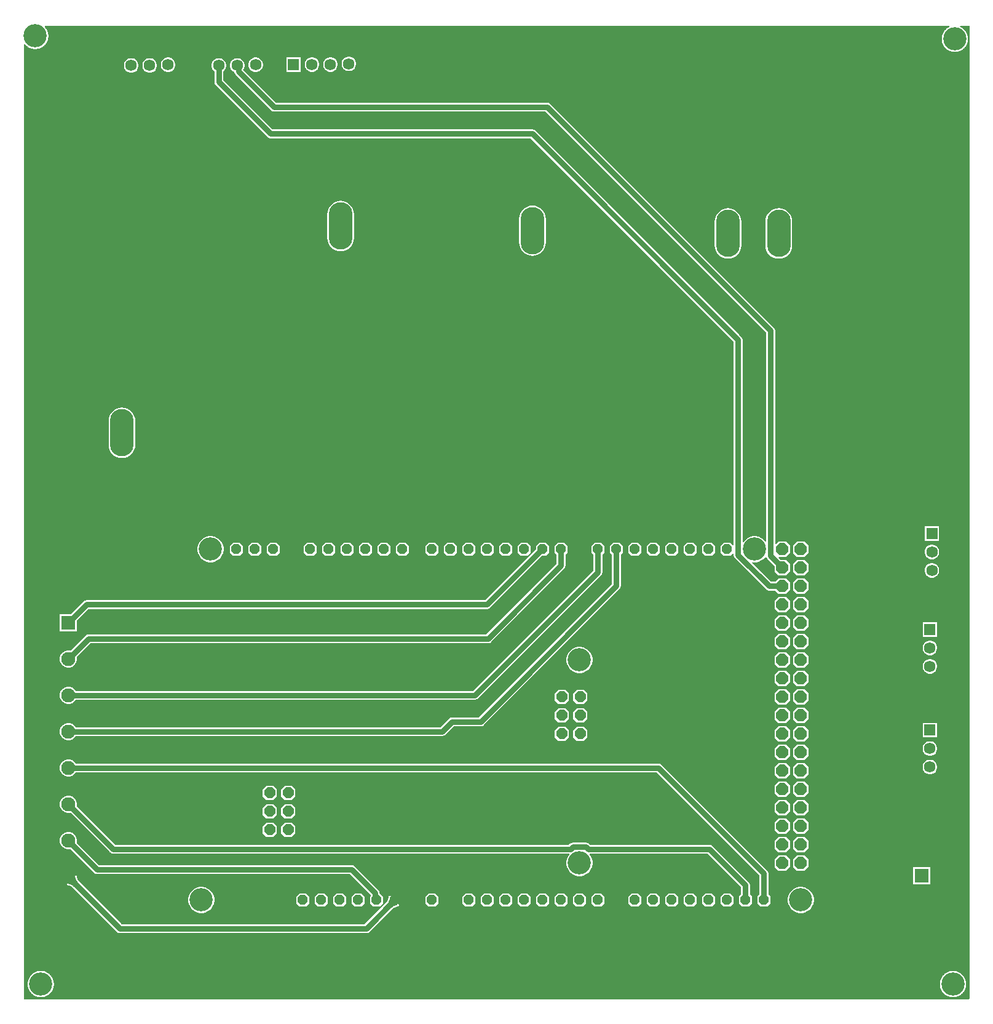
<source format=gbl>
G04*
G04 #@! TF.GenerationSoftware,Altium Limited,Altium Designer,21.7.2 (23)*
G04*
G04 Layer_Physical_Order=2*
G04 Layer_Color=16711680*
%FSLAX25Y25*%
%MOIN*%
G70*
G04*
G04 #@! TF.SameCoordinates,C79372BE-A85D-4624-A7F0-99D61F2BA69B*
G04*
G04*
G04 #@! TF.FilePolarity,Positive*
G04*
G01*
G75*
%ADD41C,0.03150*%
%ADD43C,0.12598*%
%ADD44C,0.07677*%
%ADD45R,0.07677X0.07677*%
%ADD46P,0.06061X8X112.5*%
%ADD47C,0.06260*%
%ADD48R,0.06260X0.06260*%
%ADD49O,0.12835X0.25669*%
%ADD50P,0.07144X8X292.5*%
%ADD51R,0.06260X0.06260*%
%ADD52C,0.12598*%
%ADD53P,0.06605X8X112.5*%
%ADD54C,0.02756*%
G36*
X577500Y10500D02*
X577000Y10000D01*
X65000D01*
Y527324D01*
X65481Y527478D01*
X65500Y527478D01*
X65743Y527235D01*
X65965Y526965D01*
X66235Y526743D01*
X66483Y526496D01*
X66773Y526301D01*
X67044Y526079D01*
X67352Y525914D01*
X67643Y525720D01*
X67966Y525586D01*
X68275Y525421D01*
X68610Y525320D01*
X68933Y525186D01*
X69276Y525117D01*
X69611Y525016D01*
X69959Y524982D01*
X70302Y524913D01*
X70652D01*
X71000Y524879D01*
X71348Y524913D01*
X71698D01*
X72041Y524982D01*
X72389Y525016D01*
X72724Y525117D01*
X73067Y525186D01*
X73390Y525320D01*
X73725Y525421D01*
X74034Y525586D01*
X74357Y525720D01*
X74648Y525914D01*
X74956Y526079D01*
X75227Y526301D01*
X75517Y526496D01*
X75765Y526743D01*
X76035Y526965D01*
X76257Y527235D01*
X76504Y527483D01*
X76699Y527773D01*
X76921Y528044D01*
X77086Y528352D01*
X77280Y528643D01*
X77414Y528966D01*
X77579Y529275D01*
X77680Y529610D01*
X77814Y529933D01*
X77882Y530276D01*
X77984Y530611D01*
X78018Y530959D01*
X78087Y531302D01*
Y531652D01*
X78121Y532000D01*
X78087Y532348D01*
Y532698D01*
X78018Y533041D01*
X77984Y533389D01*
X77882Y533724D01*
X77814Y534067D01*
X77680Y534390D01*
X77579Y534725D01*
X77414Y535034D01*
X77280Y535357D01*
X77086Y535648D01*
X76921Y535956D01*
X76699Y536227D01*
X76504Y536517D01*
X76257Y536765D01*
X76064Y537000D01*
X76088Y537146D01*
X76257Y537500D01*
X566502D01*
X566627Y537000D01*
X566466Y536914D01*
X566143Y536780D01*
X565852Y536586D01*
X565544Y536421D01*
X565273Y536199D01*
X564983Y536004D01*
X564735Y535757D01*
X564465Y535535D01*
X564243Y535265D01*
X563996Y535017D01*
X563801Y534727D01*
X563579Y534456D01*
X563414Y534148D01*
X563220Y533857D01*
X563086Y533534D01*
X562921Y533225D01*
X562820Y532890D01*
X562686Y532567D01*
X562617Y532224D01*
X562516Y531889D01*
X562482Y531541D01*
X562413Y531198D01*
Y530848D01*
X562379Y530500D01*
X562413Y530152D01*
Y529802D01*
X562482Y529459D01*
X562516Y529111D01*
X562617Y528776D01*
X562686Y528433D01*
X562820Y528110D01*
X562921Y527775D01*
X563086Y527466D01*
X563220Y527143D01*
X563414Y526852D01*
X563579Y526544D01*
X563801Y526273D01*
X563996Y525983D01*
X564243Y525735D01*
X564465Y525465D01*
X564735Y525243D01*
X564983Y524996D01*
X565273Y524801D01*
X565544Y524579D01*
X565852Y524414D01*
X566143Y524220D01*
X566466Y524086D01*
X566775Y523921D01*
X567110Y523820D01*
X567433Y523686D01*
X567776Y523618D01*
X568111Y523516D01*
X568459Y523482D01*
X568802Y523413D01*
X569152D01*
X569500Y523379D01*
X569848Y523413D01*
X570198D01*
X570541Y523482D01*
X570889Y523516D01*
X571224Y523618D01*
X571567Y523686D01*
X571890Y523820D01*
X572225Y523921D01*
X572534Y524086D01*
X572857Y524220D01*
X573148Y524414D01*
X573456Y524579D01*
X573727Y524801D01*
X574017Y524996D01*
X574265Y525243D01*
X574535Y525465D01*
X574757Y525735D01*
X575004Y525983D01*
X575199Y526273D01*
X575421Y526544D01*
X575586Y526852D01*
X575780Y527143D01*
X575914Y527466D01*
X576079Y527775D01*
X576180Y528110D01*
X576314Y528433D01*
X576382Y528776D01*
X576484Y529111D01*
X576518Y529459D01*
X576587Y529802D01*
Y530152D01*
X576621Y530500D01*
X576587Y530848D01*
Y531198D01*
X576518Y531541D01*
X576484Y531889D01*
X576382Y532224D01*
X576314Y532567D01*
X576180Y532890D01*
X576079Y533225D01*
X575914Y533534D01*
X575780Y533857D01*
X575586Y534148D01*
X575421Y534456D01*
X575199Y534727D01*
X575004Y535017D01*
X574757Y535265D01*
X574535Y535535D01*
X574265Y535757D01*
X574017Y536004D01*
X573727Y536199D01*
X573456Y536421D01*
X573148Y536586D01*
X572857Y536780D01*
X572534Y536914D01*
X572373Y537000D01*
X572498Y537500D01*
X577500D01*
Y10500D01*
D02*
G37*
%LPC*%
G36*
X241516Y520811D02*
X240484D01*
X239488Y520544D01*
X238595Y520028D01*
X237865Y519299D01*
X237350Y518406D01*
X237083Y517409D01*
Y516378D01*
X237350Y515382D01*
X237865Y514488D01*
X238595Y513759D01*
X239488Y513243D01*
X240484Y512976D01*
X241516D01*
X242512Y513243D01*
X243405Y513759D01*
X244135Y514488D01*
X244650Y515382D01*
X244917Y516378D01*
Y517409D01*
X244650Y518406D01*
X244135Y519299D01*
X243405Y520028D01*
X242512Y520544D01*
X241516Y520811D01*
D02*
G37*
G36*
X231516Y520417D02*
X230484D01*
X229488Y520150D01*
X228595Y519635D01*
X227865Y518905D01*
X227350Y518012D01*
X227083Y517016D01*
Y515984D01*
X227350Y514988D01*
X227865Y514095D01*
X228595Y513365D01*
X229488Y512850D01*
X230484Y512583D01*
X231516D01*
X232512Y512850D01*
X233405Y513365D01*
X234135Y514095D01*
X234650Y514988D01*
X234917Y515984D01*
Y517016D01*
X234650Y518012D01*
X234135Y518905D01*
X233405Y519635D01*
X232512Y520150D01*
X231516Y520417D01*
D02*
G37*
G36*
X221516D02*
X220484D01*
X219488Y520150D01*
X218595Y519635D01*
X217865Y518905D01*
X217350Y518012D01*
X217083Y517016D01*
Y515984D01*
X217350Y514988D01*
X217865Y514095D01*
X218595Y513365D01*
X219488Y512850D01*
X220484Y512583D01*
X221516D01*
X222512Y512850D01*
X223405Y513365D01*
X224135Y514095D01*
X224650Y514988D01*
X224917Y515984D01*
Y517016D01*
X224650Y518012D01*
X224135Y518905D01*
X223405Y519635D01*
X222512Y520150D01*
X221516Y520417D01*
D02*
G37*
G36*
X214917D02*
X207083D01*
Y512583D01*
X214917D01*
Y520417D01*
D02*
G37*
G36*
X191016Y520311D02*
X189984D01*
X188988Y520044D01*
X188095Y519528D01*
X187365Y518799D01*
X186850Y517906D01*
X186583Y516909D01*
Y515878D01*
X186850Y514882D01*
X187365Y513988D01*
X188095Y513259D01*
X188988Y512743D01*
X189984Y512476D01*
X191016D01*
X192012Y512743D01*
X192905Y513259D01*
X193635Y513988D01*
X194150Y514882D01*
X194417Y515878D01*
Y516909D01*
X194150Y517906D01*
X193635Y518799D01*
X192905Y519528D01*
X192012Y520044D01*
X191016Y520311D01*
D02*
G37*
G36*
X143516D02*
X142484D01*
X141488Y520044D01*
X140595Y519528D01*
X139865Y518799D01*
X139350Y517906D01*
X139083Y516909D01*
Y515878D01*
X139350Y514882D01*
X139865Y513988D01*
X140595Y513259D01*
X141488Y512743D01*
X142484Y512476D01*
X143516D01*
X144512Y512743D01*
X145405Y513259D01*
X146135Y513988D01*
X146650Y514882D01*
X146917Y515878D01*
Y516909D01*
X146650Y517906D01*
X146135Y518799D01*
X145405Y519528D01*
X144512Y520044D01*
X143516Y520311D01*
D02*
G37*
G36*
X133516Y519917D02*
X132484D01*
X131488Y519650D01*
X130595Y519135D01*
X129865Y518405D01*
X129350Y517512D01*
X129083Y516516D01*
Y515484D01*
X129350Y514488D01*
X129865Y513595D01*
X130595Y512865D01*
X131488Y512350D01*
X132484Y512083D01*
X133516D01*
X134512Y512350D01*
X135405Y512865D01*
X136135Y513595D01*
X136650Y514488D01*
X136917Y515484D01*
Y516516D01*
X136650Y517512D01*
X136135Y518405D01*
X135405Y519135D01*
X134512Y519650D01*
X133516Y519917D01*
D02*
G37*
G36*
X123516D02*
X122484D01*
X121488Y519650D01*
X120595Y519135D01*
X119865Y518405D01*
X119350Y517512D01*
X119083Y516516D01*
Y515484D01*
X119350Y514488D01*
X119865Y513595D01*
X120595Y512865D01*
X121488Y512350D01*
X122484Y512083D01*
X123516D01*
X124512Y512350D01*
X125405Y512865D01*
X126135Y513595D01*
X126650Y514488D01*
X126917Y515484D01*
Y516516D01*
X126650Y517512D01*
X126135Y518405D01*
X125405Y519135D01*
X124512Y519650D01*
X123516Y519917D01*
D02*
G37*
G36*
X236500Y442657D02*
X235088Y442518D01*
X233730Y442106D01*
X232478Y441437D01*
X231381Y440536D01*
X230481Y439439D01*
X229812Y438188D01*
X229399Y436830D01*
X229260Y435417D01*
Y422583D01*
X229399Y421170D01*
X229812Y419812D01*
X230481Y418561D01*
X231381Y417463D01*
X232478Y416563D01*
X233730Y415894D01*
X235088Y415482D01*
X236500Y415343D01*
X237912Y415482D01*
X239270Y415894D01*
X240522Y416563D01*
X241619Y417463D01*
X242519Y418561D01*
X243189Y419812D01*
X243601Y421170D01*
X243740Y422583D01*
Y435417D01*
X243601Y436830D01*
X243189Y438188D01*
X242519Y439439D01*
X241619Y440536D01*
X240522Y441437D01*
X239270Y442106D01*
X237912Y442518D01*
X236500Y442657D01*
D02*
G37*
G36*
X340500Y440157D02*
X339088Y440018D01*
X337730Y439606D01*
X336478Y438937D01*
X335381Y438036D01*
X334481Y436939D01*
X333811Y435688D01*
X333400Y434330D01*
X333260Y432917D01*
Y420083D01*
X333400Y418670D01*
X333811Y417312D01*
X334481Y416061D01*
X335381Y414963D01*
X336478Y414063D01*
X337730Y413394D01*
X339088Y412982D01*
X340500Y412843D01*
X341912Y412982D01*
X343270Y413394D01*
X344522Y414063D01*
X345619Y414963D01*
X346519Y416061D01*
X347188Y417312D01*
X347601Y418670D01*
X347740Y420083D01*
Y432917D01*
X347601Y434330D01*
X347188Y435688D01*
X346519Y436939D01*
X345619Y438036D01*
X344522Y438937D01*
X343270Y439606D01*
X341912Y440018D01*
X340500Y440157D01*
D02*
G37*
G36*
X474059Y438657D02*
X472647Y438518D01*
X471289Y438106D01*
X470037Y437437D01*
X468940Y436537D01*
X468040Y435439D01*
X467371Y434188D01*
X466959Y432830D01*
X466819Y431417D01*
Y418583D01*
X466959Y417170D01*
X467371Y415812D01*
X468040Y414561D01*
X468940Y413463D01*
X470037Y412563D01*
X471289Y411894D01*
X472647Y411482D01*
X474059Y411343D01*
X475471Y411482D01*
X476829Y411894D01*
X478081Y412563D01*
X479178Y413463D01*
X480079Y414561D01*
X480748Y415812D01*
X481159Y417170D01*
X481299Y418583D01*
Y431417D01*
X481159Y432830D01*
X480748Y434188D01*
X480079Y435439D01*
X479178Y436537D01*
X478081Y437437D01*
X476829Y438106D01*
X475471Y438518D01*
X474059Y438657D01*
D02*
G37*
G36*
X446500D02*
X445088Y438518D01*
X443729Y438106D01*
X442478Y437437D01*
X441381Y436537D01*
X440481Y435439D01*
X439812Y434188D01*
X439399Y432830D01*
X439260Y431417D01*
Y418583D01*
X439399Y417170D01*
X439812Y415812D01*
X440481Y414561D01*
X441381Y413463D01*
X442478Y412563D01*
X443729Y411894D01*
X445088Y411482D01*
X446500Y411343D01*
X447912Y411482D01*
X449270Y411894D01*
X450522Y412563D01*
X451619Y413463D01*
X452520Y414561D01*
X453189Y415812D01*
X453601Y417170D01*
X453740Y418583D01*
Y431417D01*
X453601Y432830D01*
X453189Y434188D01*
X452520Y435439D01*
X451619Y436537D01*
X450522Y437437D01*
X449270Y438106D01*
X447912Y438518D01*
X446500Y438657D01*
D02*
G37*
G36*
X118000Y330657D02*
X116588Y330518D01*
X115229Y330106D01*
X113978Y329437D01*
X112881Y328537D01*
X111980Y327439D01*
X111311Y326188D01*
X110899Y324830D01*
X110760Y323417D01*
Y310583D01*
X110899Y309170D01*
X111311Y307812D01*
X111980Y306561D01*
X112881Y305464D01*
X113978Y304563D01*
X115229Y303894D01*
X116588Y303482D01*
X118000Y303343D01*
X119412Y303482D01*
X120771Y303894D01*
X122022Y304563D01*
X123119Y305464D01*
X124020Y306561D01*
X124688Y307812D01*
X125101Y309170D01*
X125240Y310583D01*
Y323417D01*
X125101Y324830D01*
X124688Y326188D01*
X124020Y327439D01*
X123119Y328537D01*
X122022Y329437D01*
X120771Y330106D01*
X119412Y330518D01*
X118000Y330657D01*
D02*
G37*
G36*
X561024Y266417D02*
X553189D01*
Y258583D01*
X561024D01*
Y266417D01*
D02*
G37*
G36*
X181016Y519917D02*
X179984D01*
X178988Y519650D01*
X178095Y519135D01*
X177365Y518405D01*
X176850Y517512D01*
X176583Y516516D01*
Y515484D01*
X176850Y514488D01*
X177365Y513595D01*
X178095Y512865D01*
X178772Y512474D01*
X178870Y511983D01*
X179392Y511202D01*
X198797Y491797D01*
X199578Y491275D01*
X200500Y491091D01*
X347502D01*
X467253Y371341D01*
Y258259D01*
X466775Y258114D01*
X466504Y258517D01*
X465517Y259505D01*
X464357Y260280D01*
X463067Y260814D01*
X461698Y261087D01*
X460302D01*
X458933Y260814D01*
X457643Y260280D01*
X456483Y259505D01*
X455496Y258517D01*
X454909Y257639D01*
X454409Y257791D01*
Y367500D01*
X454225Y368422D01*
X453703Y369203D01*
X342203Y480703D01*
X341422Y481225D01*
X340500Y481409D01*
X199498D01*
X172908Y507998D01*
Y512869D01*
X173635Y513595D01*
X174150Y514488D01*
X174417Y515484D01*
Y516516D01*
X174150Y517512D01*
X173635Y518405D01*
X172905Y519135D01*
X172012Y519650D01*
X171016Y519917D01*
X169984D01*
X168988Y519650D01*
X168095Y519135D01*
X167365Y518405D01*
X166850Y517512D01*
X166583Y516516D01*
Y515484D01*
X166850Y514488D01*
X167365Y513595D01*
X168091Y512869D01*
Y507000D01*
X168275Y506078D01*
X168797Y505297D01*
X196797Y477297D01*
X197578Y476775D01*
X198500Y476591D01*
X339502D01*
X449591Y366502D01*
Y256497D01*
X449091Y256290D01*
X447794Y257587D01*
X444206D01*
X442413Y255794D01*
Y252206D01*
X444206Y250413D01*
X447794D01*
X449091Y251710D01*
X449591Y251503D01*
Y250751D01*
X449775Y249829D01*
X450297Y249048D01*
X467048Y232297D01*
X467829Y231775D01*
X468751Y231592D01*
X472277D01*
X473956Y229913D01*
X478044D01*
X480087Y231956D01*
Y236044D01*
X478044Y238087D01*
X473956D01*
X472277Y236408D01*
X469748D01*
X459590Y246567D01*
X459826Y247008D01*
X460302Y246913D01*
X461698D01*
X463067Y247186D01*
X464357Y247720D01*
X465517Y248496D01*
X466504Y249483D01*
X466820Y249954D01*
X467350Y249849D01*
X467436Y249417D01*
X467958Y248636D01*
X471913Y244681D01*
Y241956D01*
X473956Y239913D01*
X478044D01*
X480087Y241956D01*
Y246044D01*
X478044Y248087D01*
X475319D01*
X473993Y249413D01*
X474201Y249913D01*
X478044D01*
X480087Y251956D01*
Y256044D01*
X478044Y258087D01*
X473956D01*
X472532Y256663D01*
X472070Y256854D01*
Y372339D01*
X471887Y373260D01*
X471364Y374042D01*
X350203Y495203D01*
X349422Y495725D01*
X348500Y495908D01*
X201498D01*
X183699Y513707D01*
X184150Y514488D01*
X184417Y515484D01*
Y516516D01*
X184150Y517512D01*
X183635Y518405D01*
X182905Y519135D01*
X182012Y519650D01*
X181016Y519917D01*
D02*
G37*
G36*
X437794Y257587D02*
X434206D01*
X432413Y255794D01*
Y252206D01*
X434206Y250413D01*
X437794D01*
X439587Y252206D01*
Y255794D01*
X437794Y257587D01*
D02*
G37*
G36*
X427794D02*
X424206D01*
X422413Y255794D01*
Y252206D01*
X424206Y250413D01*
X427794D01*
X429587Y252206D01*
Y255794D01*
X427794Y257587D01*
D02*
G37*
G36*
X417794D02*
X414206D01*
X412413Y255794D01*
Y252206D01*
X414206Y250413D01*
X417794D01*
X419587Y252206D01*
Y255794D01*
X417794Y257587D01*
D02*
G37*
G36*
X407794D02*
X404206D01*
X402413Y255794D01*
Y252206D01*
X404206Y250413D01*
X407794D01*
X409587Y252206D01*
Y255794D01*
X407794Y257587D01*
D02*
G37*
G36*
X397794D02*
X394206D01*
X392413Y255794D01*
Y252206D01*
X394206Y250413D01*
X397794D01*
X399587Y252206D01*
Y255794D01*
X397794Y257587D01*
D02*
G37*
G36*
X337794D02*
X334206D01*
X332413Y255794D01*
Y252206D01*
X334206Y250413D01*
X337794D01*
X339587Y252206D01*
Y255794D01*
X337794Y257587D01*
D02*
G37*
G36*
X327794D02*
X324206D01*
X322413Y255794D01*
Y252206D01*
X324206Y250413D01*
X327794D01*
X329587Y252206D01*
Y255794D01*
X327794Y257587D01*
D02*
G37*
G36*
X317794D02*
X314206D01*
X312413Y255794D01*
Y252206D01*
X314206Y250413D01*
X317794D01*
X319587Y252206D01*
Y255794D01*
X317794Y257587D01*
D02*
G37*
G36*
X307794D02*
X304206D01*
X302413Y255794D01*
Y252206D01*
X304206Y250413D01*
X307794D01*
X309587Y252206D01*
Y255794D01*
X307794Y257587D01*
D02*
G37*
G36*
X297794D02*
X294206D01*
X292413Y255794D01*
Y252206D01*
X294206Y250413D01*
X297794D01*
X299587Y252206D01*
Y255794D01*
X297794Y257587D01*
D02*
G37*
G36*
X287794D02*
X284206D01*
X282413Y255794D01*
Y252206D01*
X284206Y250413D01*
X287794D01*
X289587Y252206D01*
Y255794D01*
X287794Y257587D01*
D02*
G37*
G36*
X271794D02*
X268206D01*
X266413Y255794D01*
Y252206D01*
X268206Y250413D01*
X271794D01*
X273587Y252206D01*
Y255794D01*
X271794Y257587D01*
D02*
G37*
G36*
X261794D02*
X258206D01*
X256413Y255794D01*
Y252206D01*
X258206Y250413D01*
X261794D01*
X263587Y252206D01*
Y255794D01*
X261794Y257587D01*
D02*
G37*
G36*
X251794D02*
X248206D01*
X246413Y255794D01*
Y252206D01*
X248206Y250413D01*
X251794D01*
X253587Y252206D01*
Y255794D01*
X251794Y257587D01*
D02*
G37*
G36*
X241794D02*
X238206D01*
X236413Y255794D01*
Y252206D01*
X238206Y250413D01*
X241794D01*
X243587Y252206D01*
Y255794D01*
X241794Y257587D01*
D02*
G37*
G36*
X231794D02*
X228206D01*
X226413Y255794D01*
Y252206D01*
X228206Y250413D01*
X231794D01*
X233587Y252206D01*
Y255794D01*
X231794Y257587D01*
D02*
G37*
G36*
X221794D02*
X218206D01*
X216413Y255794D01*
Y252206D01*
X218206Y250413D01*
X221794D01*
X223587Y252206D01*
Y255794D01*
X221794Y257587D01*
D02*
G37*
G36*
X201794D02*
X198206D01*
X196413Y255794D01*
Y252206D01*
X198206Y250413D01*
X201794D01*
X203587Y252206D01*
Y255794D01*
X201794Y257587D01*
D02*
G37*
G36*
X191794D02*
X188206D01*
X186413Y255794D01*
Y252206D01*
X188206Y250413D01*
X191794D01*
X193587Y252206D01*
Y255794D01*
X191794Y257587D01*
D02*
G37*
G36*
X181794D02*
X178206D01*
X176413Y255794D01*
Y252206D01*
X178206Y250413D01*
X181794D01*
X183587Y252206D01*
Y255794D01*
X181794Y257587D01*
D02*
G37*
G36*
X488044Y258087D02*
X483956D01*
X481913Y256044D01*
Y251956D01*
X483956Y249913D01*
X488044D01*
X490087Y251956D01*
Y256044D01*
X488044Y258087D01*
D02*
G37*
G36*
X557622Y256417D02*
X556591D01*
X555594Y256150D01*
X554701Y255635D01*
X553972Y254905D01*
X553456Y254012D01*
X553189Y253016D01*
Y251984D01*
X553456Y250988D01*
X553972Y250095D01*
X554701Y249365D01*
X555594Y248850D01*
X556591Y248583D01*
X557622D01*
X558618Y248850D01*
X559512Y249365D01*
X560241Y250095D01*
X560757Y250988D01*
X561024Y251984D01*
Y253016D01*
X560757Y254012D01*
X560241Y254905D01*
X559512Y255635D01*
X558618Y256150D01*
X557622Y256417D01*
D02*
G37*
G36*
X166698Y261087D02*
X165302D01*
X163933Y260814D01*
X162643Y260280D01*
X161483Y259505D01*
X160495Y258517D01*
X159720Y257357D01*
X159186Y256067D01*
X158913Y254698D01*
Y253302D01*
X159186Y251933D01*
X159720Y250643D01*
X160495Y249483D01*
X161483Y248496D01*
X162643Y247720D01*
X163933Y247186D01*
X165302Y246913D01*
X166698D01*
X168067Y247186D01*
X169357Y247720D01*
X170517Y248496D01*
X171504Y249483D01*
X172280Y250643D01*
X172814Y251933D01*
X173087Y253302D01*
Y254698D01*
X172814Y256067D01*
X172280Y257357D01*
X171504Y258517D01*
X170517Y259505D01*
X169357Y260280D01*
X168067Y260814D01*
X166698Y261087D01*
D02*
G37*
G36*
X488044Y248087D02*
X483956D01*
X481913Y246044D01*
Y241956D01*
X483956Y239913D01*
X488044D01*
X490087Y241956D01*
Y246044D01*
X488044Y248087D01*
D02*
G37*
G36*
X557622Y246417D02*
X556591D01*
X555594Y246150D01*
X554701Y245635D01*
X553972Y244905D01*
X553456Y244012D01*
X553189Y243016D01*
Y241984D01*
X553456Y240988D01*
X553972Y240095D01*
X554701Y239365D01*
X555594Y238850D01*
X556591Y238583D01*
X557622D01*
X558618Y238850D01*
X559512Y239365D01*
X560241Y240095D01*
X560757Y240988D01*
X561024Y241984D01*
Y243016D01*
X560757Y244012D01*
X560241Y244905D01*
X559512Y245635D01*
X558618Y246150D01*
X557622Y246417D01*
D02*
G37*
G36*
X488044Y238087D02*
X483956D01*
X481913Y236044D01*
Y231956D01*
X483956Y229913D01*
X488044D01*
X490087Y231956D01*
Y236044D01*
X488044Y238087D01*
D02*
G37*
G36*
Y228087D02*
X483956D01*
X481913Y226044D01*
Y221956D01*
X483956Y219913D01*
X488044D01*
X490087Y221956D01*
Y226044D01*
X488044Y228087D01*
D02*
G37*
G36*
X478044D02*
X473956D01*
X471913Y226044D01*
Y221956D01*
X473956Y219913D01*
X478044D01*
X480087Y221956D01*
Y226044D01*
X478044Y228087D01*
D02*
G37*
G36*
X488044Y218087D02*
X483956D01*
X481913Y216044D01*
Y211956D01*
X483956Y209913D01*
X488044D01*
X490087Y211956D01*
Y216044D01*
X488044Y218087D01*
D02*
G37*
G36*
X478044D02*
X473956D01*
X471913Y216044D01*
Y211956D01*
X473956Y209913D01*
X478044D01*
X480087Y211956D01*
Y216044D01*
X478044Y218087D01*
D02*
G37*
G36*
X347794Y257587D02*
X344206D01*
X342413Y255794D01*
Y253819D01*
X315002Y226409D01*
X98760D01*
X97838Y226225D01*
X97057Y225703D01*
X90220Y218866D01*
X84374D01*
Y209614D01*
X93626D01*
Y215460D01*
X99757Y221591D01*
X316000D01*
X316922Y221775D01*
X317703Y222297D01*
X345819Y250413D01*
X347794D01*
X349587Y252206D01*
Y255794D01*
X347794Y257587D01*
D02*
G37*
G36*
X559917Y214417D02*
X552083D01*
Y206583D01*
X559917D01*
Y214417D01*
D02*
G37*
G36*
X488044Y208087D02*
X483956D01*
X481913Y206044D01*
Y201956D01*
X483956Y199913D01*
X488044D01*
X490087Y201956D01*
Y206044D01*
X488044Y208087D01*
D02*
G37*
G36*
X478044D02*
X473956D01*
X471913Y206044D01*
Y201956D01*
X473956Y199913D01*
X478044D01*
X480087Y201956D01*
Y206044D01*
X478044Y208087D01*
D02*
G37*
G36*
X357794Y257587D02*
X354206D01*
X352413Y255794D01*
Y252206D01*
X353591Y251027D01*
Y245998D01*
X315502Y207909D01*
X99945D01*
X99023Y207725D01*
X98242Y207203D01*
X90091Y199052D01*
X89609Y199181D01*
X88391D01*
X87214Y198866D01*
X86160Y198257D01*
X85298Y197396D01*
X84689Y196341D01*
X84374Y195164D01*
Y193946D01*
X84689Y192770D01*
X85298Y191715D01*
X86160Y190853D01*
X87214Y190244D01*
X88391Y189929D01*
X89609D01*
X90786Y190244D01*
X91840Y190853D01*
X92702Y191715D01*
X93311Y192770D01*
X93626Y193946D01*
Y195164D01*
X93497Y195646D01*
X100943Y203092D01*
X316500D01*
X317422Y203275D01*
X318203Y203797D01*
X357703Y243297D01*
X358225Y244078D01*
X358408Y245000D01*
Y251027D01*
X359587Y252206D01*
Y255794D01*
X357794Y257587D01*
D02*
G37*
G36*
X556516Y204417D02*
X555484D01*
X554488Y204150D01*
X553595Y203635D01*
X552865Y202905D01*
X552350Y202012D01*
X552083Y201016D01*
Y199984D01*
X552350Y198988D01*
X552865Y198095D01*
X553595Y197365D01*
X554488Y196850D01*
X555484Y196583D01*
X556516D01*
X557512Y196850D01*
X558405Y197365D01*
X559135Y198095D01*
X559650Y198988D01*
X559917Y199984D01*
Y201016D01*
X559650Y202012D01*
X559135Y202905D01*
X558405Y203635D01*
X557512Y204150D01*
X556516Y204417D01*
D02*
G37*
G36*
X488044Y198087D02*
X483956D01*
X481913Y196044D01*
Y191956D01*
X483956Y189913D01*
X488044D01*
X490087Y191956D01*
Y196044D01*
X488044Y198087D01*
D02*
G37*
G36*
X478044D02*
X473956D01*
X471913Y196044D01*
Y191956D01*
X473956Y189913D01*
X478044D01*
X480087Y191956D01*
Y196044D01*
X478044Y198087D01*
D02*
G37*
G36*
X366698Y201087D02*
X365302D01*
X363933Y200814D01*
X362643Y200280D01*
X361483Y199504D01*
X360495Y198517D01*
X359720Y197357D01*
X359186Y196067D01*
X358913Y194698D01*
Y193302D01*
X359186Y191933D01*
X359720Y190643D01*
X360495Y189483D01*
X361483Y188496D01*
X362643Y187720D01*
X363933Y187186D01*
X365302Y186913D01*
X366698D01*
X368067Y187186D01*
X369357Y187720D01*
X370517Y188496D01*
X371504Y189483D01*
X372280Y190643D01*
X372814Y191933D01*
X373087Y193302D01*
Y194698D01*
X372814Y196067D01*
X372280Y197357D01*
X371504Y198517D01*
X370517Y199504D01*
X369357Y200280D01*
X368067Y200814D01*
X366698Y201087D01*
D02*
G37*
G36*
X556516Y194417D02*
X555484D01*
X554488Y194150D01*
X553595Y193635D01*
X552865Y192905D01*
X552350Y192012D01*
X552083Y191016D01*
Y189984D01*
X552350Y188988D01*
X552865Y188095D01*
X553595Y187365D01*
X554488Y186850D01*
X555484Y186583D01*
X556516D01*
X557512Y186850D01*
X558405Y187365D01*
X559135Y188095D01*
X559650Y188988D01*
X559917Y189984D01*
Y191016D01*
X559650Y192012D01*
X559135Y192905D01*
X558405Y193635D01*
X557512Y194150D01*
X556516Y194417D01*
D02*
G37*
G36*
X488044Y188087D02*
X483956D01*
X481913Y186044D01*
Y181956D01*
X483956Y179913D01*
X488044D01*
X490087Y181956D01*
Y186044D01*
X488044Y188087D01*
D02*
G37*
G36*
X478044D02*
X473956D01*
X471913Y186044D01*
Y181956D01*
X473956Y179913D01*
X478044D01*
X480087Y181956D01*
Y186044D01*
X478044Y188087D01*
D02*
G37*
G36*
X377794Y257587D02*
X374206D01*
X372413Y255794D01*
Y252206D01*
X373591Y251027D01*
Y242498D01*
X308372Y177279D01*
X92951D01*
X92702Y177710D01*
X91840Y178572D01*
X90786Y179181D01*
X89609Y179496D01*
X88391D01*
X87214Y179181D01*
X86160Y178572D01*
X85298Y177710D01*
X84689Y176656D01*
X84374Y175479D01*
Y174261D01*
X84689Y173084D01*
X85298Y172030D01*
X86160Y171168D01*
X87214Y170559D01*
X88391Y170244D01*
X89609D01*
X90786Y170559D01*
X91840Y171168D01*
X92702Y172030D01*
X92951Y172462D01*
X309370D01*
X310292Y172645D01*
X311073Y173167D01*
X377703Y239797D01*
X378225Y240578D01*
X378409Y241500D01*
Y251027D01*
X379587Y252206D01*
Y255794D01*
X377794Y257587D01*
D02*
G37*
G36*
X368419Y177839D02*
X364581D01*
X362661Y175919D01*
Y172081D01*
X364581Y170161D01*
X368419D01*
X370339Y172081D01*
Y175919D01*
X368419Y177839D01*
D02*
G37*
G36*
X358419D02*
X354581D01*
X352661Y175919D01*
Y172081D01*
X354581Y170161D01*
X358419D01*
X360339Y172081D01*
Y175919D01*
X358419Y177839D01*
D02*
G37*
G36*
X488044Y178087D02*
X483956D01*
X481913Y176044D01*
Y171956D01*
X483956Y169913D01*
X488044D01*
X490087Y171956D01*
Y176044D01*
X488044Y178087D01*
D02*
G37*
G36*
X478044D02*
X473956D01*
X471913Y176044D01*
Y171956D01*
X473956Y169913D01*
X478044D01*
X480087Y171956D01*
Y176044D01*
X478044Y178087D01*
D02*
G37*
G36*
X368419Y167839D02*
X364581D01*
X362661Y165919D01*
Y162081D01*
X364581Y160161D01*
X368419D01*
X370339Y162081D01*
Y165919D01*
X368419Y167839D01*
D02*
G37*
G36*
X358419D02*
X354581D01*
X352661Y165919D01*
Y162081D01*
X354581Y160161D01*
X358419D01*
X360339Y162081D01*
Y165919D01*
X358419Y167839D01*
D02*
G37*
G36*
X488044Y168087D02*
X483956D01*
X481913Y166044D01*
Y161956D01*
X483956Y159913D01*
X488044D01*
X490087Y161956D01*
Y166044D01*
X488044Y168087D01*
D02*
G37*
G36*
X478044D02*
X473956D01*
X471913Y166044D01*
Y161956D01*
X473956Y159913D01*
X478044D01*
X480087Y161956D01*
Y166044D01*
X478044Y168087D01*
D02*
G37*
G36*
X387794Y257587D02*
X384206D01*
X382413Y255794D01*
Y252206D01*
X383592Y251027D01*
Y234998D01*
X311502Y162908D01*
X297000D01*
X296078Y162725D01*
X295297Y162203D01*
X290687Y157594D01*
X92951D01*
X92702Y158026D01*
X91840Y158887D01*
X90786Y159496D01*
X89609Y159811D01*
X88391D01*
X87214Y159496D01*
X86160Y158887D01*
X85298Y158026D01*
X84689Y156971D01*
X84374Y155794D01*
Y154576D01*
X84689Y153400D01*
X85298Y152345D01*
X86160Y151483D01*
X87214Y150874D01*
X88391Y150559D01*
X89609D01*
X90786Y150874D01*
X91840Y151483D01*
X92702Y152345D01*
X92951Y152777D01*
X291685D01*
X292607Y152960D01*
X293388Y153482D01*
X297998Y158091D01*
X312500D01*
X313422Y158275D01*
X314203Y158797D01*
X387703Y232297D01*
X388225Y233078D01*
X388408Y234000D01*
Y251027D01*
X389587Y252206D01*
Y255794D01*
X387794Y257587D01*
D02*
G37*
G36*
X559917Y159917D02*
X552083D01*
Y152083D01*
X559917D01*
Y159917D01*
D02*
G37*
G36*
X368419Y157839D02*
X364581D01*
X362661Y155919D01*
Y152081D01*
X364581Y150161D01*
X368419D01*
X370339Y152081D01*
Y155919D01*
X368419Y157839D01*
D02*
G37*
G36*
X358419D02*
X354581D01*
X352661Y155919D01*
Y152081D01*
X354581Y150161D01*
X358419D01*
X360339Y152081D01*
Y155919D01*
X358419Y157839D01*
D02*
G37*
G36*
X488044Y158087D02*
X483956D01*
X481913Y156044D01*
Y151956D01*
X483956Y149913D01*
X488044D01*
X490087Y151956D01*
Y156044D01*
X488044Y158087D01*
D02*
G37*
G36*
X478044D02*
X473956D01*
X471913Y156044D01*
Y151956D01*
X473956Y149913D01*
X478044D01*
X480087Y151956D01*
Y156044D01*
X478044Y158087D01*
D02*
G37*
G36*
X556516Y149917D02*
X555484D01*
X554488Y149650D01*
X553595Y149135D01*
X552865Y148405D01*
X552350Y147512D01*
X552083Y146516D01*
Y145484D01*
X552350Y144488D01*
X552865Y143595D01*
X553595Y142865D01*
X554488Y142350D01*
X555484Y142083D01*
X556516D01*
X557512Y142350D01*
X558405Y142865D01*
X559135Y143595D01*
X559650Y144488D01*
X559917Y145484D01*
Y146516D01*
X559650Y147512D01*
X559135Y148405D01*
X558405Y149135D01*
X557512Y149650D01*
X556516Y149917D01*
D02*
G37*
G36*
X488044Y148087D02*
X483956D01*
X481913Y146044D01*
Y141956D01*
X483956Y139913D01*
X488044D01*
X490087Y141956D01*
Y146044D01*
X488044Y148087D01*
D02*
G37*
G36*
X478044D02*
X473956D01*
X471913Y146044D01*
Y141956D01*
X473956Y139913D01*
X478044D01*
X480087Y141956D01*
Y146044D01*
X478044Y148087D01*
D02*
G37*
G36*
X556516Y139917D02*
X555484D01*
X554488Y139650D01*
X553595Y139135D01*
X552865Y138405D01*
X552350Y137512D01*
X552083Y136516D01*
Y135484D01*
X552350Y134488D01*
X552865Y133595D01*
X553595Y132865D01*
X554488Y132350D01*
X555484Y132083D01*
X556516D01*
X557512Y132350D01*
X558405Y132865D01*
X559135Y133595D01*
X559650Y134488D01*
X559917Y135484D01*
Y136516D01*
X559650Y137512D01*
X559135Y138405D01*
X558405Y139135D01*
X557512Y139650D01*
X556516Y139917D01*
D02*
G37*
G36*
X488044Y138087D02*
X483956D01*
X481913Y136044D01*
Y131956D01*
X483956Y129913D01*
X488044D01*
X490087Y131956D01*
Y136044D01*
X488044Y138087D01*
D02*
G37*
G36*
X478044D02*
X473956D01*
X471913Y136044D01*
Y131956D01*
X473956Y129913D01*
X478044D01*
X480087Y131956D01*
Y136044D01*
X478044Y138087D01*
D02*
G37*
G36*
X488044Y128087D02*
X483956D01*
X481913Y126044D01*
Y121956D01*
X483956Y119913D01*
X488044D01*
X490087Y121956D01*
Y126044D01*
X488044Y128087D01*
D02*
G37*
G36*
X478044D02*
X473956D01*
X471913Y126044D01*
Y121956D01*
X473956Y119913D01*
X478044D01*
X480087Y121956D01*
Y126044D01*
X478044Y128087D01*
D02*
G37*
G36*
X210119Y125839D02*
X206281D01*
X204361Y123919D01*
Y120081D01*
X206281Y118161D01*
X210119D01*
X212039Y120081D01*
Y123919D01*
X210119Y125839D01*
D02*
G37*
G36*
X200119D02*
X196281D01*
X194361Y123919D01*
Y120081D01*
X196281Y118161D01*
X200119D01*
X202039Y120081D01*
Y123919D01*
X200119Y125839D01*
D02*
G37*
G36*
X488044Y118087D02*
X483956D01*
X481913Y116044D01*
Y111956D01*
X483956Y109913D01*
X488044D01*
X490087Y111956D01*
Y116044D01*
X488044Y118087D01*
D02*
G37*
G36*
X478044D02*
X473956D01*
X471913Y116044D01*
Y111956D01*
X473956Y109913D01*
X478044D01*
X480087Y111956D01*
Y116044D01*
X478044Y118087D01*
D02*
G37*
G36*
X210119Y115839D02*
X206281D01*
X204361Y113919D01*
Y110081D01*
X206281Y108161D01*
X210119D01*
X212039Y110081D01*
Y113919D01*
X210119Y115839D01*
D02*
G37*
G36*
X200119D02*
X196281D01*
X194361Y113919D01*
Y110081D01*
X196281Y108161D01*
X200119D01*
X202039Y110081D01*
Y113919D01*
X200119Y115839D01*
D02*
G37*
G36*
X488044Y108087D02*
X483956D01*
X481913Y106044D01*
Y101956D01*
X483956Y99913D01*
X488044D01*
X490087Y101956D01*
Y106044D01*
X488044Y108087D01*
D02*
G37*
G36*
X478044D02*
X473956D01*
X471913Y106044D01*
Y101956D01*
X473956Y99913D01*
X478044D01*
X480087Y101956D01*
Y106044D01*
X478044Y108087D01*
D02*
G37*
G36*
X210119Y105839D02*
X206281D01*
X204361Y103919D01*
Y100081D01*
X206281Y98161D01*
X210119D01*
X212039Y100081D01*
Y103919D01*
X210119Y105839D01*
D02*
G37*
G36*
X200119D02*
X196281D01*
X194361Y103919D01*
Y100081D01*
X196281Y98161D01*
X200119D01*
X202039Y100081D01*
Y103919D01*
X200119Y105839D01*
D02*
G37*
G36*
X488044Y98087D02*
X483956D01*
X481913Y96044D01*
Y91956D01*
X483956Y89913D01*
X488044D01*
X490087Y91956D01*
Y96044D01*
X488044Y98087D01*
D02*
G37*
G36*
X478044D02*
X473956D01*
X471913Y96044D01*
Y91956D01*
X473956Y89913D01*
X478044D01*
X480087Y91956D01*
Y96044D01*
X478044Y98087D01*
D02*
G37*
G36*
X488044Y88087D02*
X483956D01*
X481913Y86044D01*
Y81956D01*
X483956Y79913D01*
X488044D01*
X490087Y81956D01*
Y86044D01*
X488044Y88087D01*
D02*
G37*
G36*
X478044D02*
X473956D01*
X471913Y86044D01*
Y81956D01*
X473956Y79913D01*
X478044D01*
X480087Y81956D01*
Y86044D01*
X478044Y88087D01*
D02*
G37*
G36*
X556126Y81783D02*
X546874D01*
Y72531D01*
X556126D01*
Y81783D01*
D02*
G37*
G36*
X89609Y140126D02*
X88391D01*
X87214Y139811D01*
X86160Y139202D01*
X85298Y138340D01*
X84689Y137286D01*
X84374Y136109D01*
Y134891D01*
X84689Y133714D01*
X85298Y132660D01*
X86160Y131798D01*
X87214Y131189D01*
X88391Y130874D01*
X89609D01*
X90786Y131189D01*
X91840Y131798D01*
X92702Y132660D01*
X92951Y133091D01*
X408002D01*
X463591Y77502D01*
Y66973D01*
X462413Y65794D01*
Y62206D01*
X464206Y60413D01*
X467794D01*
X469587Y62206D01*
Y65794D01*
X468408Y66973D01*
Y78500D01*
X468225Y79422D01*
X467703Y80203D01*
X410703Y137203D01*
X409922Y137725D01*
X409000Y137908D01*
X92951D01*
X92702Y138340D01*
X91840Y139202D01*
X90786Y139811D01*
X89609Y140126D01*
D02*
G37*
G36*
Y120441D02*
X88391D01*
X87214Y120126D01*
X86160Y119517D01*
X85298Y118655D01*
X84689Y117601D01*
X84374Y116424D01*
Y115206D01*
X84689Y114029D01*
X85298Y112975D01*
X86160Y112113D01*
X87214Y111504D01*
X88391Y111189D01*
X89609D01*
X90091Y111318D01*
X111612Y89797D01*
X112393Y89275D01*
X113315Y89091D01*
X360416D01*
X360608Y88630D01*
X360495Y88517D01*
X359720Y87357D01*
X359186Y86067D01*
X358913Y84698D01*
Y83302D01*
X359186Y81933D01*
X359720Y80643D01*
X360495Y79483D01*
X361483Y78496D01*
X362643Y77720D01*
X363933Y77186D01*
X365302Y76913D01*
X366698D01*
X368067Y77186D01*
X369357Y77720D01*
X370517Y78496D01*
X371504Y79483D01*
X372280Y80643D01*
X372814Y81933D01*
X373087Y83302D01*
Y84698D01*
X372814Y86067D01*
X372280Y87357D01*
X371504Y88517D01*
X371392Y88630D01*
X371584Y89091D01*
X435502D01*
X453591Y71002D01*
Y66973D01*
X452413Y65794D01*
Y62206D01*
X454206Y60413D01*
X457794D01*
X459587Y62206D01*
Y65794D01*
X458408Y66973D01*
Y72000D01*
X458225Y72922D01*
X457703Y73703D01*
X438203Y93203D01*
X437422Y93725D01*
X436500Y93909D01*
X371747D01*
X371291Y94365D01*
X370509Y94887D01*
X369588Y95070D01*
X362412D01*
X361491Y94887D01*
X360709Y94365D01*
X360253Y93909D01*
X114313D01*
X93497Y114724D01*
X93626Y115206D01*
Y116424D01*
X93311Y117601D01*
X92702Y118655D01*
X91840Y119517D01*
X90786Y120126D01*
X89609Y120441D01*
D02*
G37*
G36*
X447794Y67587D02*
X444206D01*
X442413Y65794D01*
Y62206D01*
X444206Y60413D01*
X447794D01*
X449587Y62206D01*
Y65794D01*
X447794Y67587D01*
D02*
G37*
G36*
X437794D02*
X434206D01*
X432413Y65794D01*
Y62206D01*
X434206Y60413D01*
X437794D01*
X439587Y62206D01*
Y65794D01*
X437794Y67587D01*
D02*
G37*
G36*
X427794D02*
X424206D01*
X422413Y65794D01*
Y62206D01*
X424206Y60413D01*
X427794D01*
X429587Y62206D01*
Y65794D01*
X427794Y67587D01*
D02*
G37*
G36*
X417794D02*
X414206D01*
X412413Y65794D01*
Y62206D01*
X414206Y60413D01*
X417794D01*
X419587Y62206D01*
Y65794D01*
X417794Y67587D01*
D02*
G37*
G36*
X407794D02*
X404206D01*
X402413Y65794D01*
Y62206D01*
X404206Y60413D01*
X407794D01*
X409587Y62206D01*
Y65794D01*
X407794Y67587D01*
D02*
G37*
G36*
X397794D02*
X394206D01*
X392413Y65794D01*
Y62206D01*
X394206Y60413D01*
X397794D01*
X399587Y62206D01*
Y65794D01*
X397794Y67587D01*
D02*
G37*
G36*
X377794D02*
X374206D01*
X372413Y65794D01*
Y62206D01*
X374206Y60413D01*
X377794D01*
X379587Y62206D01*
Y65794D01*
X377794Y67587D01*
D02*
G37*
G36*
X367794D02*
X364206D01*
X362413Y65794D01*
Y62206D01*
X364206Y60413D01*
X367794D01*
X369587Y62206D01*
Y65794D01*
X367794Y67587D01*
D02*
G37*
G36*
X357794D02*
X354206D01*
X352413Y65794D01*
Y62206D01*
X354206Y60413D01*
X357794D01*
X359587Y62206D01*
Y65794D01*
X357794Y67587D01*
D02*
G37*
G36*
X347794D02*
X344206D01*
X342413Y65794D01*
Y62206D01*
X344206Y60413D01*
X347794D01*
X349587Y62206D01*
Y65794D01*
X347794Y67587D01*
D02*
G37*
G36*
X337794D02*
X334206D01*
X332413Y65794D01*
Y62206D01*
X334206Y60413D01*
X337794D01*
X339587Y62206D01*
Y65794D01*
X337794Y67587D01*
D02*
G37*
G36*
X327794D02*
X324206D01*
X322413Y65794D01*
Y62206D01*
X324206Y60413D01*
X327794D01*
X329587Y62206D01*
Y65794D01*
X327794Y67587D01*
D02*
G37*
G36*
X317794D02*
X314206D01*
X312413Y65794D01*
Y62206D01*
X314206Y60413D01*
X317794D01*
X319587Y62206D01*
Y65794D01*
X317794Y67587D01*
D02*
G37*
G36*
X307794D02*
X304206D01*
X302413Y65794D01*
Y62206D01*
X304206Y60413D01*
X307794D01*
X309587Y62206D01*
Y65794D01*
X307794Y67587D01*
D02*
G37*
G36*
X287794D02*
X284206D01*
X282413Y65794D01*
Y62206D01*
X284206Y60413D01*
X287794D01*
X289587Y62206D01*
Y65794D01*
X287794Y67587D01*
D02*
G37*
G36*
X89609Y100756D02*
X88391D01*
X87214Y100441D01*
X86160Y99832D01*
X85298Y98970D01*
X84689Y97916D01*
X84374Y96739D01*
Y95521D01*
X84689Y94344D01*
X85298Y93290D01*
X86160Y92428D01*
X87214Y91819D01*
X88391Y91504D01*
X89609D01*
X89988Y91606D01*
X102797Y78797D01*
X103578Y78275D01*
X104500Y78092D01*
X241502D01*
X252844Y66750D01*
Y66225D01*
X252413Y65794D01*
Y62206D01*
X254206Y60413D01*
X257794D01*
X259587Y62206D01*
Y65794D01*
X257794Y67587D01*
X257661D01*
Y67748D01*
X257477Y68669D01*
X256955Y69451D01*
X244203Y82203D01*
X243422Y82725D01*
X242500Y82908D01*
X105498D01*
X93469Y94937D01*
X93626Y95521D01*
Y96739D01*
X93311Y97916D01*
X92702Y98970D01*
X91840Y99832D01*
X90786Y100441D01*
X89609Y100756D01*
D02*
G37*
G36*
X247794Y67587D02*
X244206D01*
X242413Y65794D01*
Y62206D01*
X244206Y60413D01*
X247794D01*
X249587Y62206D01*
Y65794D01*
X247794Y67587D01*
D02*
G37*
G36*
X237794D02*
X234206D01*
X232413Y65794D01*
Y62206D01*
X234206Y60413D01*
X237794D01*
X239587Y62206D01*
Y65794D01*
X237794Y67587D01*
D02*
G37*
G36*
X227794D02*
X224206D01*
X222413Y65794D01*
Y62206D01*
X224206Y60413D01*
X227794D01*
X229587Y62206D01*
Y65794D01*
X227794Y67587D01*
D02*
G37*
G36*
X217794D02*
X214206D01*
X212413Y65794D01*
Y62206D01*
X214206Y60413D01*
X217794D01*
X219587Y62206D01*
Y65794D01*
X217794Y67587D01*
D02*
G37*
G36*
X486698Y71087D02*
X485302D01*
X483933Y70814D01*
X482643Y70280D01*
X481483Y69504D01*
X480496Y68517D01*
X479720Y67357D01*
X479186Y66067D01*
X478913Y64698D01*
Y63302D01*
X479186Y61933D01*
X479720Y60643D01*
X480496Y59483D01*
X481483Y58495D01*
X482643Y57720D01*
X483933Y57186D01*
X485302Y56913D01*
X486698D01*
X488067Y57186D01*
X489357Y57720D01*
X490517Y58495D01*
X491504Y59483D01*
X492280Y60643D01*
X492814Y61933D01*
X493087Y63302D01*
Y64698D01*
X492814Y66067D01*
X492280Y67357D01*
X491504Y68517D01*
X490517Y69504D01*
X489357Y70280D01*
X488067Y70814D01*
X486698Y71087D01*
D02*
G37*
G36*
X161698D02*
X160302D01*
X158933Y70814D01*
X157643Y70280D01*
X156483Y69504D01*
X155496Y68517D01*
X154720Y67357D01*
X154186Y66067D01*
X153913Y64698D01*
Y63302D01*
X154186Y61933D01*
X154720Y60643D01*
X155496Y59483D01*
X156483Y58495D01*
X157643Y57720D01*
X158933Y57186D01*
X160302Y56913D01*
X161698D01*
X163067Y57186D01*
X164357Y57720D01*
X165517Y58495D01*
X166505Y59483D01*
X167280Y60643D01*
X167814Y61933D01*
X168087Y63302D01*
Y64698D01*
X167814Y66067D01*
X167280Y67357D01*
X166505Y68517D01*
X165517Y69504D01*
X164357Y70280D01*
X163067Y70814D01*
X161698Y71087D01*
D02*
G37*
G36*
X89000Y78853D02*
X88078Y78670D01*
X87297Y78148D01*
X86775Y77367D01*
X86592Y76445D01*
X86775Y75523D01*
X87297Y74742D01*
X88668Y73371D01*
X88471Y73174D01*
X88391Y73056D01*
X88308Y72940D01*
X88305Y72926D01*
X88297Y72914D01*
X88269Y72774D01*
X88236Y72635D01*
X88238Y72621D01*
X88236Y72606D01*
X88263Y72466D01*
X88286Y72326D01*
X88294Y72313D01*
X88297Y72299D01*
X88376Y72180D01*
X88451Y72059D01*
X88463Y72051D01*
X88471Y72039D01*
X88590Y71959D01*
X88705Y71876D01*
X88719Y71873D01*
X88731Y71865D01*
X88871Y71837D01*
X89010Y71804D01*
X89283Y71794D01*
X89517Y71765D01*
X89749Y71713D01*
X89981Y71639D01*
X90215Y71541D01*
X90452Y71419D01*
X90691Y71271D01*
X90933Y71095D01*
X91000Y71039D01*
X115242Y46797D01*
X116023Y46275D01*
X116945Y46091D01*
X250500D01*
X251422Y46275D01*
X252203Y46797D01*
X264381Y58975D01*
X264601Y59165D01*
X264995Y59470D01*
X265378Y59730D01*
X265748Y59946D01*
X266104Y60118D01*
X266446Y60248D01*
X266775Y60338D01*
X267090Y60391D01*
X267439Y60410D01*
X267569Y60444D01*
X267701Y60470D01*
X267720Y60483D01*
X267743Y60489D01*
X267850Y60570D01*
X267962Y60644D01*
X267974Y60663D01*
X267993Y60677D01*
X268061Y60793D01*
X268136Y60905D01*
X268140Y60927D01*
X268152Y60947D01*
X268171Y61080D01*
X268197Y61212D01*
X268192Y61235D01*
X268196Y61257D01*
X268162Y61387D01*
X268136Y61519D01*
X268123Y61538D01*
X268117Y61561D01*
X268036Y61668D01*
X267962Y61780D01*
X267574Y62168D01*
X267703Y62297D01*
X268225Y63078D01*
X268408Y64000D01*
X268225Y64922D01*
X267703Y65703D01*
X266922Y66225D01*
X266000Y66408D01*
X265078Y66225D01*
X264297Y65703D01*
X264168Y65574D01*
X263780Y65962D01*
X263668Y66036D01*
X263561Y66117D01*
X263538Y66123D01*
X263519Y66136D01*
X263387Y66162D01*
X263257Y66196D01*
X263235Y66192D01*
X263212Y66197D01*
X263080Y66171D01*
X262947Y66152D01*
X262927Y66140D01*
X262905Y66136D01*
X262793Y66061D01*
X262677Y65993D01*
X262663Y65974D01*
X262644Y65962D01*
X262570Y65850D01*
X262489Y65743D01*
X262483Y65720D01*
X262470Y65701D01*
X262444Y65570D01*
X262410Y65439D01*
X262391Y65089D01*
X262338Y64774D01*
X262248Y64446D01*
X262118Y64104D01*
X261946Y63748D01*
X261730Y63378D01*
X261477Y63005D01*
X260922Y62328D01*
X249502Y50908D01*
X117943D01*
X94406Y74445D01*
X94350Y74512D01*
X94174Y74754D01*
X94026Y74993D01*
X93904Y75230D01*
X93806Y75463D01*
X93732Y75696D01*
X93680Y75928D01*
X93650Y76162D01*
X93641Y76435D01*
X93608Y76574D01*
X93580Y76714D01*
X93572Y76726D01*
X93569Y76740D01*
X93485Y76856D01*
X93406Y76974D01*
X93394Y76982D01*
X93386Y76994D01*
X93264Y77069D01*
X93146Y77148D01*
X93131Y77151D01*
X93119Y77159D01*
X92978Y77182D01*
X92838Y77209D01*
X92824Y77206D01*
X92810Y77209D01*
X92671Y77176D01*
X92531Y77148D01*
X92519Y77140D01*
X92505Y77137D01*
X92389Y77053D01*
X92271Y76974D01*
X92074Y76777D01*
X90703Y78148D01*
X89922Y78670D01*
X89000Y78853D01*
D02*
G37*
G36*
X568500Y25621D02*
X568152Y25587D01*
X567802D01*
X567459Y25518D01*
X567111Y25484D01*
X566776Y25383D01*
X566433Y25314D01*
X566110Y25180D01*
X565775Y25079D01*
X565466Y24914D01*
X565143Y24780D01*
X564852Y24586D01*
X564544Y24421D01*
X564273Y24199D01*
X563982Y24004D01*
X563735Y23757D01*
X563465Y23535D01*
X563243Y23265D01*
X562995Y23017D01*
X562801Y22727D01*
X562579Y22456D01*
X562414Y22148D01*
X562220Y21857D01*
X562086Y21533D01*
X561921Y21225D01*
X561820Y20890D01*
X561686Y20567D01*
X561618Y20224D01*
X561516Y19889D01*
X561482Y19541D01*
X561413Y19198D01*
Y18848D01*
X561379Y18500D01*
X561413Y18152D01*
Y17802D01*
X561482Y17459D01*
X561516Y17111D01*
X561618Y16776D01*
X561686Y16433D01*
X561820Y16110D01*
X561921Y15775D01*
X562086Y15466D01*
X562220Y15143D01*
X562414Y14852D01*
X562579Y14544D01*
X562801Y14273D01*
X562995Y13983D01*
X563243Y13735D01*
X563465Y13465D01*
X563735Y13243D01*
X563982Y12995D01*
X564273Y12801D01*
X564544Y12579D01*
X564852Y12414D01*
X565143Y12220D01*
X565466Y12086D01*
X565775Y11921D01*
X566110Y11820D01*
X566433Y11686D01*
X566776Y11618D01*
X567111Y11516D01*
X567459Y11482D01*
X567802Y11413D01*
X568152D01*
X568500Y11379D01*
X568848Y11413D01*
X569198D01*
X569541Y11482D01*
X569889Y11516D01*
X570224Y11618D01*
X570567Y11686D01*
X570890Y11820D01*
X571225Y11921D01*
X571534Y12086D01*
X571857Y12220D01*
X572148Y12414D01*
X572456Y12579D01*
X572727Y12801D01*
X573018Y12995D01*
X573265Y13243D01*
X573535Y13465D01*
X573757Y13735D01*
X574005Y13983D01*
X574199Y14273D01*
X574421Y14544D01*
X574586Y14852D01*
X574780Y15143D01*
X574914Y15466D01*
X575079Y15775D01*
X575180Y16110D01*
X575314Y16433D01*
X575383Y16776D01*
X575484Y17111D01*
X575518Y17459D01*
X575587Y17802D01*
Y18152D01*
X575621Y18500D01*
X575587Y18848D01*
Y19198D01*
X575518Y19541D01*
X575484Y19889D01*
X575383Y20224D01*
X575314Y20567D01*
X575180Y20890D01*
X575079Y21225D01*
X574914Y21533D01*
X574780Y21857D01*
X574586Y22148D01*
X574421Y22456D01*
X574199Y22727D01*
X574005Y23017D01*
X573757Y23265D01*
X573535Y23535D01*
X573265Y23757D01*
X573018Y24004D01*
X572727Y24199D01*
X572456Y24421D01*
X572148Y24586D01*
X571857Y24780D01*
X571534Y24914D01*
X571225Y25079D01*
X570890Y25180D01*
X570567Y25314D01*
X570224Y25383D01*
X569889Y25484D01*
X569541Y25518D01*
X569198Y25587D01*
X568848D01*
X568500Y25621D01*
D02*
G37*
G36*
X74000D02*
X73652Y25587D01*
X73302D01*
X72959Y25518D01*
X72611Y25484D01*
X72276Y25383D01*
X71933Y25314D01*
X71610Y25180D01*
X71275Y25079D01*
X70966Y24914D01*
X70643Y24780D01*
X70352Y24586D01*
X70044Y24421D01*
X69773Y24199D01*
X69483Y24004D01*
X69235Y23757D01*
X68965Y23535D01*
X68743Y23265D01*
X68496Y23017D01*
X68301Y22727D01*
X68079Y22456D01*
X67914Y22148D01*
X67720Y21857D01*
X67586Y21533D01*
X67421Y21225D01*
X67320Y20890D01*
X67186Y20567D01*
X67118Y20224D01*
X67016Y19889D01*
X66982Y19541D01*
X66913Y19198D01*
Y18848D01*
X66879Y18500D01*
X66913Y18152D01*
Y17802D01*
X66982Y17459D01*
X67016Y17111D01*
X67118Y16776D01*
X67186Y16433D01*
X67320Y16110D01*
X67421Y15775D01*
X67586Y15466D01*
X67720Y15143D01*
X67914Y14852D01*
X68079Y14544D01*
X68301Y14273D01*
X68496Y13983D01*
X68743Y13735D01*
X68965Y13465D01*
X69235Y13243D01*
X69483Y12995D01*
X69773Y12801D01*
X70044Y12579D01*
X70352Y12414D01*
X70643Y12220D01*
X70966Y12086D01*
X71275Y11921D01*
X71610Y11820D01*
X71933Y11686D01*
X72276Y11618D01*
X72611Y11516D01*
X72959Y11482D01*
X73302Y11413D01*
X73652D01*
X74000Y11379D01*
X74348Y11413D01*
X74698D01*
X75041Y11482D01*
X75389Y11516D01*
X75724Y11618D01*
X76067Y11686D01*
X76390Y11820D01*
X76725Y11921D01*
X77034Y12086D01*
X77357Y12220D01*
X77648Y12414D01*
X77956Y12579D01*
X78227Y12801D01*
X78517Y12995D01*
X78765Y13243D01*
X79035Y13465D01*
X79257Y13735D01*
X79505Y13983D01*
X79699Y14273D01*
X79921Y14544D01*
X80086Y14852D01*
X80280Y15143D01*
X80414Y15466D01*
X80579Y15775D01*
X80680Y16110D01*
X80814Y16433D01*
X80883Y16776D01*
X80984Y17111D01*
X81018Y17459D01*
X81087Y17802D01*
Y18152D01*
X81121Y18500D01*
X81087Y18848D01*
Y19198D01*
X81018Y19541D01*
X80984Y19889D01*
X80883Y20224D01*
X80814Y20567D01*
X80680Y20890D01*
X80579Y21225D01*
X80414Y21533D01*
X80280Y21857D01*
X80086Y22148D01*
X79921Y22456D01*
X79699Y22727D01*
X79505Y23017D01*
X79257Y23265D01*
X79035Y23535D01*
X78765Y23757D01*
X78517Y24004D01*
X78227Y24199D01*
X77956Y24421D01*
X77648Y24586D01*
X77357Y24780D01*
X77034Y24914D01*
X76725Y25079D01*
X76390Y25180D01*
X76067Y25314D01*
X75724Y25383D01*
X75389Y25484D01*
X75041Y25518D01*
X74698Y25587D01*
X74348D01*
X74000Y25621D01*
D02*
G37*
%LPD*%
G36*
X92849Y76097D02*
X92889Y75790D01*
X92956Y75487D01*
X93052Y75187D01*
X93175Y74890D01*
X93327Y74596D01*
X93508Y74306D01*
X93716Y74019D01*
X93953Y73735D01*
X94217Y73454D01*
X91990Y71227D01*
X91710Y71492D01*
X91426Y71729D01*
X91139Y71937D01*
X90849Y72118D01*
X90555Y72269D01*
X90258Y72393D01*
X89958Y72489D01*
X89655Y72556D01*
X89348Y72596D01*
X89038Y72606D01*
X92838Y76407D01*
X92849Y76097D01*
D02*
G37*
G36*
X267394Y61212D02*
X267000Y61190D01*
X266601Y61123D01*
X266197Y61012D01*
X265787Y60856D01*
X265371Y60655D01*
X264950Y60410D01*
X264524Y60121D01*
X264092Y59787D01*
X263655Y59408D01*
X263212Y58985D01*
X260985Y61212D01*
X261408Y61655D01*
X262121Y62524D01*
X262410Y62950D01*
X262655Y63371D01*
X262856Y63787D01*
X263012Y64197D01*
X263123Y64601D01*
X263190Y65000D01*
X263212Y65394D01*
X267394Y61212D01*
D02*
G37*
D41*
X116945Y48500D02*
X250500D01*
X89000Y76445D02*
X116945Y48500D01*
X250500D02*
X266000Y64000D01*
X255252Y64748D02*
X256000Y64000D01*
X242500Y80500D02*
X255252Y67748D01*
X104500Y80500D02*
X242500D01*
X255252Y64748D02*
Y67748D01*
X89000Y96000D02*
X104500Y80500D01*
X89000Y96000D02*
Y96130D01*
X370749Y91500D02*
X436500D01*
X369588Y92661D02*
X370749Y91500D01*
X362412Y92661D02*
X369588D01*
X436500Y91500D02*
X456000Y72000D01*
X361251Y91500D02*
X362412Y92661D01*
X113315Y91500D02*
X361251D01*
X89000Y115815D02*
X113315Y91500D01*
X456000Y64000D02*
Y72000D01*
X409000Y135500D02*
X466000Y78500D01*
X89000Y135500D02*
X409000D01*
X466000Y64000D02*
Y78500D01*
X291685Y155185D02*
X297000Y160500D01*
X89000Y155185D02*
X291685D01*
X297000Y160500D02*
X312500D01*
X89000Y174870D02*
X309370D01*
X376000Y241500D02*
Y254000D01*
X309370Y174870D02*
X376000Y241500D01*
X386000Y234000D02*
Y254000D01*
X312500Y160500D02*
X386000Y234000D01*
X89000Y194555D02*
X99945Y205500D01*
X316500D01*
X356000Y245000D02*
Y254000D01*
X316500Y205500D02*
X356000Y245000D01*
X98760Y224000D02*
X316000D01*
X89000Y214240D02*
X98760Y224000D01*
X316000D02*
X346000Y254000D01*
X452000Y250751D02*
X468751Y234000D01*
X340500Y479000D02*
X452000Y367500D01*
Y250751D02*
Y367500D01*
X198500Y479000D02*
X340500D01*
X170500Y507000D02*
Y516000D01*
Y507000D02*
X198500Y479000D01*
X468751Y234000D02*
X476000D01*
X348500Y493500D02*
X469661Y372339D01*
X200500Y493500D02*
X348500D01*
X180500Y516000D02*
X181095Y515405D01*
Y512905D02*
Y515405D01*
Y512905D02*
X200500Y493500D01*
X469661Y250339D02*
Y372339D01*
Y250339D02*
X476000Y244000D01*
D43*
X74000Y18500D02*
D03*
X568500D02*
D03*
X569500Y530500D02*
D03*
X71000Y532000D02*
D03*
D44*
X89000Y76445D02*
D03*
Y96130D02*
D03*
Y115815D02*
D03*
Y135500D02*
D03*
Y155185D02*
D03*
Y174870D02*
D03*
Y194555D02*
D03*
X551500Y96842D02*
D03*
D45*
X89000Y214240D02*
D03*
X551500Y77157D02*
D03*
D46*
X266000Y64000D02*
D03*
X276000D02*
D03*
X256000D02*
D03*
X456000D02*
D03*
X466000D02*
D03*
X356000Y254000D02*
D03*
X386000D02*
D03*
X346000D02*
D03*
X376000D02*
D03*
X446000Y64000D02*
D03*
X436000D02*
D03*
X426000D02*
D03*
X416000D02*
D03*
X406000D02*
D03*
X396000D02*
D03*
X376000D02*
D03*
X366000D02*
D03*
X356000D02*
D03*
X346000D02*
D03*
X336000D02*
D03*
X326000D02*
D03*
X316000D02*
D03*
X306000D02*
D03*
X446000Y254000D02*
D03*
X436000D02*
D03*
X426000D02*
D03*
X416000D02*
D03*
X406000D02*
D03*
X396000D02*
D03*
X286000Y64000D02*
D03*
X246000D02*
D03*
X236000D02*
D03*
X226000D02*
D03*
X216000D02*
D03*
X286000Y254000D02*
D03*
X296000D02*
D03*
X306000D02*
D03*
X316000D02*
D03*
X326000D02*
D03*
X336000D02*
D03*
X180000D02*
D03*
X190000D02*
D03*
X200000D02*
D03*
X210000D02*
D03*
X220000D02*
D03*
X230000D02*
D03*
X240000D02*
D03*
X250000D02*
D03*
X260000D02*
D03*
X270000D02*
D03*
D47*
X241000Y516894D02*
D03*
X231000Y516500D02*
D03*
X221000D02*
D03*
X170500Y516000D02*
D03*
X180500D02*
D03*
X190500Y516394D02*
D03*
X123000Y516000D02*
D03*
X133000D02*
D03*
X143000Y516394D02*
D03*
X556394Y126000D02*
D03*
X556000Y136000D02*
D03*
Y146000D02*
D03*
X557500Y232500D02*
D03*
X557106Y242500D02*
D03*
Y252500D02*
D03*
X556394Y180500D02*
D03*
X556000Y190500D02*
D03*
Y200500D02*
D03*
D48*
X211000Y516500D02*
D03*
X160500Y516000D02*
D03*
X113000D02*
D03*
D49*
X118000Y317000D02*
D03*
X90441D02*
D03*
X340500Y426500D02*
D03*
X368059D02*
D03*
X446500Y425000D02*
D03*
X474059D02*
D03*
X236500Y429000D02*
D03*
X264059D02*
D03*
D50*
X486000Y144000D02*
D03*
Y134000D02*
D03*
Y124000D02*
D03*
Y114000D02*
D03*
Y164000D02*
D03*
Y184000D02*
D03*
Y154000D02*
D03*
Y174000D02*
D03*
Y194000D02*
D03*
X476000Y84000D02*
D03*
Y94000D02*
D03*
Y104000D02*
D03*
Y114000D02*
D03*
Y124000D02*
D03*
Y134000D02*
D03*
Y144000D02*
D03*
Y154000D02*
D03*
Y164000D02*
D03*
Y174000D02*
D03*
Y184000D02*
D03*
Y194000D02*
D03*
Y204000D02*
D03*
Y214000D02*
D03*
Y224000D02*
D03*
Y234000D02*
D03*
Y244000D02*
D03*
Y254000D02*
D03*
X486000Y104000D02*
D03*
Y254000D02*
D03*
Y244000D02*
D03*
Y234000D02*
D03*
Y224000D02*
D03*
Y214000D02*
D03*
Y204000D02*
D03*
Y94000D02*
D03*
Y84000D02*
D03*
D51*
X556000Y156000D02*
D03*
X557106Y262500D02*
D03*
X556000Y210500D02*
D03*
D52*
X366000Y84000D02*
D03*
Y194000D02*
D03*
X161000Y64000D02*
D03*
X461000Y254000D02*
D03*
X166000D02*
D03*
X486000Y64000D02*
D03*
D53*
X198200Y122000D02*
D03*
X208200D02*
D03*
X198200Y112000D02*
D03*
X208200D02*
D03*
X198200Y102000D02*
D03*
X208200D02*
D03*
X366500Y154000D02*
D03*
X356500D02*
D03*
X366500Y164000D02*
D03*
X356500D02*
D03*
X366500Y174000D02*
D03*
X356500D02*
D03*
D54*
X551181Y511811D02*
D03*
X570866Y472441D02*
D03*
X551181Y433071D02*
D03*
X570866Y393701D02*
D03*
X551181Y354331D02*
D03*
X570866Y314961D02*
D03*
X551181Y275591D02*
D03*
X570866Y157480D02*
D03*
X551181Y118110D02*
D03*
X570866Y78740D02*
D03*
X551181Y39370D02*
D03*
X511811Y511811D02*
D03*
X531496Y472441D02*
D03*
X511811Y433071D02*
D03*
X531496Y393701D02*
D03*
X511811Y354331D02*
D03*
X531496Y314961D02*
D03*
X511811Y275591D02*
D03*
X531496Y78740D02*
D03*
X511811Y39370D02*
D03*
X472441Y511811D02*
D03*
X492126Y393701D02*
D03*
Y314961D02*
D03*
Y78740D02*
D03*
X472441Y39370D02*
D03*
X433071Y511811D02*
D03*
X452756Y472441D02*
D03*
X433071Y433071D02*
D03*
Y354331D02*
D03*
Y275591D02*
D03*
X452756Y236221D02*
D03*
X433071Y196850D02*
D03*
X452756Y157480D02*
D03*
X433071Y118110D02*
D03*
Y39370D02*
D03*
X393701Y511811D02*
D03*
Y433071D02*
D03*
X413386Y393701D02*
D03*
X393701Y354331D02*
D03*
X413386Y314961D02*
D03*
X393701Y275591D02*
D03*
X413386Y236221D02*
D03*
X393701Y196850D02*
D03*
X413386Y157480D02*
D03*
X393701Y118110D02*
D03*
X413386Y78740D02*
D03*
X393701Y39370D02*
D03*
X354331Y511811D02*
D03*
Y433071D02*
D03*
X374016Y393701D02*
D03*
X354331Y354331D02*
D03*
Y275591D02*
D03*
Y196850D02*
D03*
X374016Y157480D02*
D03*
X354331Y118110D02*
D03*
X374016Y78740D02*
D03*
X354331Y39370D02*
D03*
X314961Y511811D02*
D03*
Y433071D02*
D03*
X334646Y393701D02*
D03*
X314961Y354331D02*
D03*
X334646Y314961D02*
D03*
Y236221D02*
D03*
X314961Y196850D02*
D03*
X334646Y157480D02*
D03*
X314961Y118110D02*
D03*
X334646Y78740D02*
D03*
X314961Y39370D02*
D03*
X275591Y511811D02*
D03*
Y433071D02*
D03*
X295276Y393701D02*
D03*
Y314961D02*
D03*
Y236221D02*
D03*
X275591Y196850D02*
D03*
X295276Y78740D02*
D03*
X275591Y39370D02*
D03*
X236221Y511811D02*
D03*
X255906Y393701D02*
D03*
X236221Y354331D02*
D03*
Y275591D02*
D03*
X255906Y236221D02*
D03*
X236221Y196850D02*
D03*
Y118110D02*
D03*
X255906Y78740D02*
D03*
X236221Y39370D02*
D03*
X216535Y472441D02*
D03*
X196850Y433071D02*
D03*
X216535Y393701D02*
D03*
Y314961D02*
D03*
X196850Y275591D02*
D03*
X216535Y236221D02*
D03*
X196850Y39370D02*
D03*
X177165Y472441D02*
D03*
X157480Y433071D02*
D03*
X177165Y393701D02*
D03*
X157480Y354331D02*
D03*
Y275591D02*
D03*
X177165Y236221D02*
D03*
X157480Y196850D02*
D03*
Y118110D02*
D03*
Y39370D02*
D03*
X137795Y472441D02*
D03*
X118110Y433071D02*
D03*
X137795Y393701D02*
D03*
X118110Y354331D02*
D03*
Y275591D02*
D03*
X137795Y236221D02*
D03*
X118110Y196850D02*
D03*
Y118110D02*
D03*
Y39370D02*
D03*
X78740Y511811D02*
D03*
X98425Y472441D02*
D03*
X78740Y433071D02*
D03*
X98425Y393701D02*
D03*
X78740Y354331D02*
D03*
Y275591D02*
D03*
X98425Y236221D02*
D03*
X78740Y196850D02*
D03*
Y118110D02*
D03*
X98425Y78740D02*
D03*
X78740Y39370D02*
D03*
M02*

</source>
